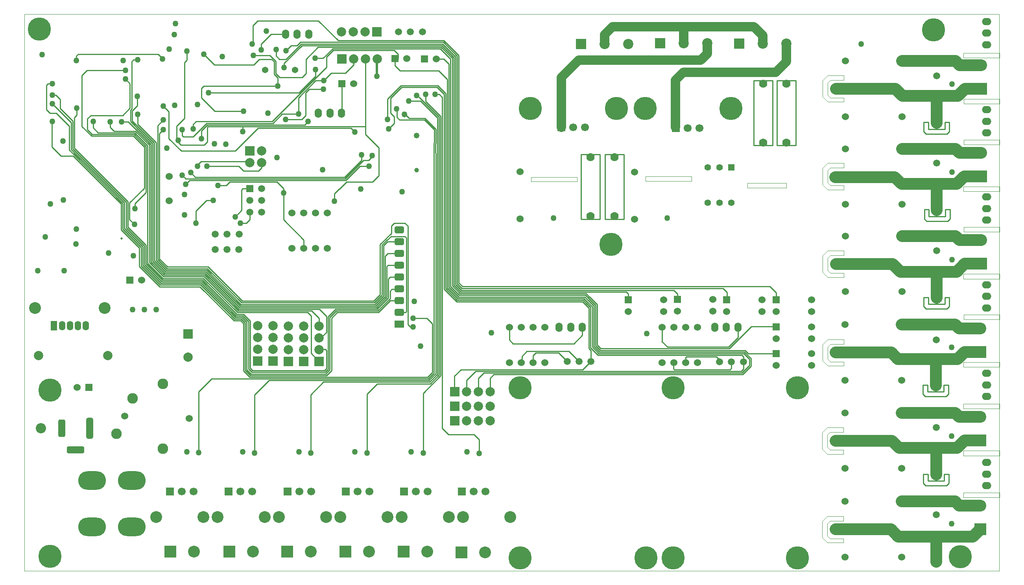
<source format=gbl>
G04*
G04 #@! TF.GenerationSoftware,Altium Limited,CircuitMaker,2.2.1 (2.2.1.6)*
G04*
G04 Layer_Physical_Order=4*
G04 Layer_Color=11436288*
%FSLAX24Y24*%
%MOIN*%
G70*
G04*
G04 #@! TF.SameCoordinates,A2895FC5-3AE1-40D1-BB98-85C0BD90A9E4*
G04*
G04*
G04 #@! TF.FilePolarity,Positive*
G04*
G01*
G75*
%ADD10C,0.0100*%
%ADD20C,0.0600*%
%ADD23C,0.0010*%
%ADD24C,0.0001*%
%ADD68C,0.0800*%
%ADD150C,0.0200*%
%ADD153C,0.1000*%
%ADD158C,0.0600*%
G04:AMPARAMS|DCode=159|XSize=80mil|YSize=80mil|CornerRadius=20mil|HoleSize=0mil|Usage=FLASHONLY|Rotation=0.000|XOffset=0mil|YOffset=0mil|HoleType=Round|Shape=RoundedRectangle|*
%AMROUNDEDRECTD159*
21,1,0.0800,0.0400,0,0,0.0*
21,1,0.0400,0.0800,0,0,0.0*
1,1,0.0400,0.0200,-0.0200*
1,1,0.0400,-0.0200,-0.0200*
1,1,0.0400,-0.0200,0.0200*
1,1,0.0400,0.0200,0.0200*
%
%ADD159ROUNDEDRECTD159*%
%ADD160C,0.1000*%
%ADD161R,0.1000X0.1000*%
%ADD162O,0.0800X0.0600*%
%ADD163R,0.0787X0.0787*%
%ADD164C,0.0787*%
%ADD165C,0.0500*%
%ADD166C,0.0591*%
%ADD167R,0.0600X0.0600*%
%ADD168C,0.0700*%
%ADD169O,0.0600X0.0800*%
%ADD170C,0.0866*%
%ADD171R,0.0866X0.0866*%
%ADD172C,0.0669*%
%ADD173R,0.0669X0.0669*%
G04:AMPARAMS|DCode=174|XSize=60mil|YSize=80mil|CornerRadius=15mil|HoleSize=0mil|Usage=FLASHONLY|Rotation=90.000|XOffset=0mil|YOffset=0mil|HoleType=Round|Shape=RoundedRectangle|*
%AMROUNDEDRECTD174*
21,1,0.0600,0.0500,0,0,90.0*
21,1,0.0300,0.0800,0,0,90.0*
1,1,0.0300,0.0250,0.0150*
1,1,0.0300,0.0250,-0.0150*
1,1,0.0300,-0.0250,-0.0150*
1,1,0.0300,-0.0250,0.0150*
%
%ADD174ROUNDEDRECTD174*%
%ADD175R,0.0800X0.0600*%
%ADD176O,0.2362X0.1575*%
%ADD177C,0.0560*%
%ADD178R,0.0560X0.0560*%
%ADD179C,0.0900*%
%ADD180C,0.0394*%
%ADD181C,0.0492*%
%ADD182R,0.0787X0.0787*%
%ADD183O,0.0551X0.0787*%
%ADD184R,0.0551X0.0787*%
%ADD185R,0.1000X0.1000*%
%ADD186C,0.0540*%
%ADD187C,0.0870*%
G04:AMPARAMS|DCode=188|XSize=149.6mil|YSize=60mil|CornerRadius=15mil|HoleSize=0mil|Usage=FLASHONLY|Rotation=180.000|XOffset=0mil|YOffset=0mil|HoleType=Round|Shape=RoundedRectangle|*
%AMROUNDEDRECTD188*
21,1,0.1496,0.0300,0,0,180.0*
21,1,0.1196,0.0600,0,0,180.0*
1,1,0.0300,-0.0598,0.0150*
1,1,0.0300,0.0598,0.0150*
1,1,0.0300,0.0598,-0.0150*
1,1,0.0300,-0.0598,-0.0150*
%
%ADD188ROUNDEDRECTD188*%
G04:AMPARAMS|DCode=189|XSize=149.6mil|YSize=60mil|CornerRadius=15mil|HoleSize=0mil|Usage=FLASHONLY|Rotation=90.000|XOffset=0mil|YOffset=0mil|HoleType=Round|Shape=RoundedRectangle|*
%AMROUNDEDRECTD189*
21,1,0.1496,0.0300,0,0,90.0*
21,1,0.1196,0.0600,0,0,90.0*
1,1,0.0300,0.0150,0.0598*
1,1,0.0300,0.0150,-0.0598*
1,1,0.0300,-0.0150,-0.0598*
1,1,0.0300,-0.0150,0.0598*
%
%ADD189ROUNDEDRECTD189*%
G04:AMPARAMS|DCode=190|XSize=177.2mil|YSize=60mil|CornerRadius=15mil|HoleSize=0mil|Usage=FLASHONLY|Rotation=90.000|XOffset=0mil|YOffset=0mil|HoleType=Round|Shape=RoundedRectangle|*
%AMROUNDEDRECTD190*
21,1,0.1772,0.0300,0,0,90.0*
21,1,0.1472,0.0600,0,0,90.0*
1,1,0.0300,0.0150,0.0736*
1,1,0.0300,0.0150,-0.0736*
1,1,0.0300,-0.0150,-0.0736*
1,1,0.0300,-0.0150,0.0736*
%
%ADD190ROUNDEDRECTD190*%
%ADD191R,0.0591X0.0591*%
%ADD192C,0.0197*%
%ADD193C,0.1968*%
D10*
X21122Y53287D02*
Y53563D01*
X14803Y52480D02*
X18071D01*
X14370Y47716D02*
Y52047D01*
X14803Y52480D01*
X13725Y45882D02*
Y48465D01*
X13937Y48676D01*
Y49291D01*
X12539Y49235D02*
X13586Y48189D01*
X12539Y49235D02*
Y50020D01*
X13586Y45824D02*
Y48189D01*
X11850Y50394D02*
X12165D01*
X12539Y50020D01*
X13446Y45766D02*
Y48050D01*
X11850Y49646D02*
X13446Y48050D01*
X14370Y47716D02*
X15188Y46898D01*
X13725Y45882D02*
X18268Y41340D01*
X15115Y48658D02*
X17831D01*
X14843Y48386D02*
X15115Y48658D01*
X14843Y47441D02*
Y48386D01*
X15315Y47597D02*
Y48150D01*
X13307Y45709D02*
Y47756D01*
X12205Y48858D02*
X13307Y47756D01*
X34450Y28800D02*
X34980D01*
X24250Y25200D02*
X25361Y26311D01*
X43892Y25893D02*
X44631Y26631D01*
X39393Y25893D02*
X43892D01*
X38525Y25025D02*
X39393Y25893D01*
X43835Y26032D02*
X44491Y26689D01*
X34832Y26032D02*
X43835D01*
X33750Y24950D02*
X34832Y26032D01*
X41650Y48550D02*
X41801Y48701D01*
X41650Y48740D02*
Y48800D01*
Y48550D02*
Y48740D01*
X41600Y48750D02*
X41650Y48800D01*
X43777Y26172D02*
X44352Y26747D01*
X30222Y26172D02*
X43777D01*
X29000Y24950D02*
X30222Y26172D01*
X43719Y26311D02*
X44194Y26786D01*
X25361Y26311D02*
X43719D01*
X43290Y20000D02*
Y25093D01*
X44770Y26574D02*
Y48577D01*
X43290Y25093D02*
X44770Y26574D01*
X44631Y26631D02*
Y48519D01*
X44491Y26689D02*
Y48461D01*
X44352Y26747D02*
Y45451D01*
X44194Y26786D02*
Y46326D01*
X28588Y26450D02*
X43661D01*
X44055Y26850D02*
Y30984D01*
X43661Y26450D02*
Y26457D01*
X44055Y26850D01*
X11831Y45965D02*
Y48150D01*
X43583Y31457D02*
X44055Y30984D01*
X42441Y31457D02*
X43583D01*
X28065Y26974D02*
X28588Y26450D01*
X35094Y26590D02*
X35515Y27010D01*
X28646Y26590D02*
X35094D01*
X28204Y27032D02*
X28646Y26590D01*
X35037Y26729D02*
X35376Y27068D01*
X28703Y26729D02*
X35037D01*
X28343Y27089D02*
X28703Y26729D01*
X28065Y26974D02*
Y30990D01*
X28204Y27032D02*
Y31048D01*
X28343Y27089D02*
Y31106D01*
X28761Y26869D02*
X34979D01*
X28483Y27147D02*
X28761Y26869D01*
X28483Y27147D02*
Y31163D01*
X34979Y26869D02*
X35236Y27126D01*
X28622Y27205D02*
Y31221D01*
X28819Y27008D02*
X34921D01*
X28622Y27205D02*
X28819Y27008D01*
X34921D02*
X35079Y27165D01*
X33036Y51886D02*
X33350Y52200D01*
X30800D02*
X31114Y51886D01*
X33036D01*
X33350Y52200D02*
Y53429D01*
X64567Y27087D02*
X69291D01*
X64488Y27649D02*
X64513Y27673D01*
X64488Y27165D02*
Y27649D01*
Y27165D02*
X64567Y27087D01*
X65609Y28168D02*
X68131D01*
X65513Y27673D02*
Y28070D01*
X65512Y28071D02*
X65513Y28070D01*
X65512Y28071D02*
X65609Y28168D01*
X63988Y29004D02*
X69161D01*
X63513Y29497D02*
Y30673D01*
X63504Y29488D02*
X63513Y29497D01*
X63504Y29488D02*
X63988Y29004D01*
X20948Y34128D02*
X24375D01*
X19243Y35833D02*
X20948Y34128D01*
X19243Y35833D02*
Y37401D01*
X21006Y34267D02*
X24433D01*
X19382Y35891D02*
X21006Y34267D01*
X19382Y35891D02*
Y37459D01*
X21064Y34406D02*
X24491D01*
X19521Y35949D02*
X21064Y34406D01*
X19521Y35949D02*
Y37516D01*
X21121Y34546D02*
X24548D01*
X19661Y36006D02*
X21121Y34546D01*
X19661Y36006D02*
Y37574D01*
X21179Y34685D02*
X24606D01*
X19800Y36064D02*
X21179Y34685D01*
X19800Y36064D02*
Y37632D01*
X34444Y27800D02*
X34450D01*
X21237Y34824D02*
X24664D01*
X19939Y36122D02*
X21237Y34824D01*
X19939Y36122D02*
Y46083D01*
X20079Y36180D02*
X21295Y34964D01*
X20079Y36180D02*
Y46141D01*
X21295Y34964D02*
X24722D01*
X34450Y29800D02*
X34643D01*
X21352Y35103D02*
X24779D01*
X20233Y36222D02*
X21352Y35103D01*
X20233Y36222D02*
Y46184D01*
X21410Y35243D02*
X24837D01*
X20372Y36280D02*
X21410Y35243D01*
X20372Y36280D02*
Y46241D01*
X18976Y50276D02*
X19055Y50197D01*
X21468Y35382D02*
X24895D01*
X20512Y36338D02*
X21468Y35382D01*
X20512Y36338D02*
Y46299D01*
X21525Y35521D02*
X24952D01*
X20651Y36396D02*
X21525Y35521D01*
X20651Y36396D02*
Y46357D01*
X20791Y36453D02*
X21583Y35661D01*
X20791Y36453D02*
Y46415D01*
X21583Y35661D02*
X25010D01*
X21641Y35800D02*
X25068D01*
X20945Y36496D02*
X21641Y35800D01*
X20945Y36496D02*
Y47126D01*
X48422Y26808D02*
X70291D01*
X45945Y25205D02*
X45953Y25197D01*
X48953Y26354D02*
X49267Y26669D01*
X45945Y25205D02*
Y26535D01*
X46953Y25197D02*
Y26165D01*
X48953Y25197D02*
Y26354D01*
X45945Y26535D02*
X46496Y27087D01*
X47953Y26339D02*
X48422Y26808D01*
X47953Y25197D02*
Y26339D01*
X46953Y26165D02*
X47735Y26947D01*
X44909Y22098D02*
Y50169D01*
X45433Y21575D02*
X47598D01*
X48029Y19983D02*
Y21139D01*
X44909Y22098D02*
X45433Y21575D01*
X47598D02*
X48032Y21142D01*
X48029Y21139D02*
X48032Y21142D01*
X44979Y54868D02*
X46164Y53683D01*
X32899Y54868D02*
X44979D01*
X32598Y54567D02*
X32899Y54868D01*
X32087Y54567D02*
X32598D01*
X31654Y54134D02*
X32087Y54567D01*
X41150Y53450D02*
Y53850D01*
X35671Y54171D02*
X40829D01*
X35100Y53600D02*
X35671Y54171D01*
X35100Y52738D02*
Y53600D01*
X40829Y54171D02*
X41150Y53850D01*
X22847Y43597D02*
X23155Y43289D01*
X71091Y30736D02*
X73181D01*
X46618Y34134D02*
X72677D01*
X73185Y33020D02*
Y33626D01*
X72677Y34134D02*
X73185Y33626D01*
X64839Y33059D02*
Y33508D01*
X64528Y33819D02*
X64839Y33508D01*
X46518Y33819D02*
X64528D01*
X46460Y33680D02*
X60494D01*
X60665Y33508D01*
Y33020D02*
Y33508D01*
X46557Y33976D02*
X68701D01*
X69012Y33020D02*
X69016Y33024D01*
Y33661D01*
X68701Y33976D02*
X69016Y33661D01*
X45467Y34081D02*
Y52998D01*
X45015Y53450D02*
X45467Y52998D01*
X44400Y53450D02*
X45015D01*
X22400Y46500D02*
X22500Y46600D01*
X22400Y46500D02*
X22761Y46139D01*
X39543Y43558D02*
Y45905D01*
X38400Y47047D02*
X39543Y45905D01*
X38400Y47047D02*
Y53450D01*
X58283Y28725D02*
X70566D01*
X70839Y28453D01*
X73185D01*
X69219Y28865D02*
X71091Y30736D01*
X57081Y33540D02*
X57375Y33246D01*
X57023Y33401D02*
X57317Y33107D01*
X56966Y33261D02*
X57259Y32968D01*
X46287Y33261D02*
X56966D01*
X56908Y33122D02*
X57202Y32828D01*
X46229Y33122D02*
X56908D01*
X56850Y32983D02*
X57144Y32689D01*
X46171Y32983D02*
X56850D01*
X56792Y32843D02*
X57086Y32550D01*
X46114Y32843D02*
X56792D01*
X57375Y33246D02*
X57383D01*
X57317Y33107D02*
X57326D01*
X45467Y34081D02*
X46287Y33261D01*
X57259Y32968D02*
X57268D01*
X45328Y34024D02*
X46229Y33122D01*
X57202Y32828D02*
X57210D01*
X45188Y33966D02*
X46171Y32983D01*
X57144Y32689D02*
X57153D01*
X45049Y33908D02*
X46114Y32843D01*
X57086Y32550D02*
X57095D01*
X57335Y28885D02*
Y32310D01*
X57095Y32550D02*
X57335Y32310D01*
X57474Y28943D02*
Y32368D01*
X57153Y32689D02*
X57474Y32368D01*
X57613Y29001D02*
Y32425D01*
X57210Y32828D02*
X57613Y32425D01*
X57753Y29058D02*
Y32483D01*
X57268Y32968D02*
X57753Y32483D01*
X57892Y29116D02*
Y32541D01*
X57326Y33107D02*
X57892Y32541D01*
X46345Y33401D02*
X57023D01*
X58032Y29174D02*
Y32598D01*
X57383Y33246D02*
X58032Y32598D01*
X46402Y33540D02*
X57081D01*
X45606Y34139D02*
X46345Y33401D01*
X45746Y34197D02*
X46402Y33540D01*
X45049Y33908D02*
Y50463D01*
X45188Y33966D02*
Y50520D01*
X45328Y34024D02*
Y51720D01*
X45606Y34139D02*
Y53444D01*
X45746Y34197D02*
Y53504D01*
X45885Y34255D02*
X46460Y33680D01*
X45885Y34255D02*
Y53562D01*
X46024Y34312D02*
Y53626D01*
Y34312D02*
X46518Y33819D01*
X46164Y34370D02*
Y53683D01*
Y34370D02*
X46557Y33976D01*
X46303Y34449D02*
Y53741D01*
Y34449D02*
X46618Y34134D01*
X69161Y29004D02*
X69961Y29803D01*
Y30669D01*
X57335Y28885D02*
X57500Y28720D01*
X57474Y28943D02*
X58110Y28307D01*
X57613Y29001D02*
X58167Y28446D01*
X57753Y29058D02*
X58225Y28586D01*
X57892Y29116D02*
X58283Y28725D01*
X58032Y29174D02*
X58341Y28865D01*
X30394Y55551D02*
X31614D01*
X29567Y54724D02*
X30394Y55551D01*
X37147Y47577D02*
X37480Y47244D01*
X29309Y47577D02*
X37147D01*
X36220Y48898D02*
X36402Y49079D01*
Y51339D01*
X50599Y29598D02*
Y30673D01*
Y29598D02*
X50906Y29291D01*
X56063D01*
X56772Y30000D01*
Y30669D01*
X52831Y28500D02*
X54759D01*
X52599Y28268D02*
X52831Y28500D01*
X52599Y27673D02*
Y28268D01*
X52065Y28639D02*
X55628D01*
X51599Y27673D02*
X51654Y27728D01*
Y28228D01*
X52065Y28639D01*
X38050Y44862D02*
Y45300D01*
X36617Y43429D02*
X38050Y44862D01*
X23971Y43429D02*
X36617D01*
X23600Y43800D02*
X23971Y43429D01*
X36733Y43150D02*
X37933Y44350D01*
X23500Y43150D02*
X36733D01*
X36675Y43289D02*
X38236Y44850D01*
X23155Y43289D02*
X36675D01*
X33173Y37394D02*
Y38087D01*
X31457Y39803D02*
Y42087D01*
Y39803D02*
X33173Y38087D01*
X36790Y43010D02*
X38995D01*
X36190Y42411D02*
X36790Y43010D01*
X36151Y42411D02*
X36190D01*
X35748Y42008D02*
X36151Y42411D01*
X35748Y41378D02*
Y42008D01*
X33501Y31932D02*
X33780Y31654D01*
X27556Y31932D02*
X33501D01*
X33780Y28465D02*
Y31654D01*
X18268Y39164D02*
Y41340D01*
X17968Y39070D02*
X19521Y37516D01*
X17968Y39070D02*
Y41245D01*
X13737Y45476D02*
X17968Y41245D01*
X17828Y39012D02*
X19382Y37459D01*
X17828Y39012D02*
Y41188D01*
X13680Y45336D02*
X17828Y41188D01*
X17689Y38955D02*
X19243Y37401D01*
X17689Y38955D02*
Y41130D01*
X13622Y45197D02*
X17689Y41130D01*
X13795Y45615D02*
X18128Y41282D01*
Y39106D02*
Y41282D01*
X18407Y41242D02*
X19661Y42495D01*
X18407Y39821D02*
Y41242D01*
Y39821D02*
X18819Y39409D01*
X24375Y34128D02*
X27268Y31235D01*
X27820D01*
X18128Y39106D02*
X19661Y37574D01*
X18268Y39164D02*
X19800Y37632D01*
X27820Y31235D02*
X28065Y30990D01*
X27325Y31374D02*
X27878D01*
X27383Y31514D02*
X27935D01*
X27441Y31653D02*
X27993D01*
X27499Y31793D02*
X28051D01*
X24664Y34824D02*
X27556Y31932D01*
X27614Y32071D02*
X33829D01*
X24722Y34964D02*
X27614Y32071D01*
X27672Y32211D02*
X34482D01*
X24779Y35103D02*
X27672Y32211D01*
X27729Y32350D02*
X39319D01*
X24837Y35243D02*
X27729Y32350D01*
X27787Y32489D02*
X39261D01*
X24895Y35382D02*
X27787Y32489D01*
X27845Y32629D02*
X39204D01*
X24952Y35521D02*
X27845Y32629D01*
X27903Y32768D02*
X39146D01*
X25010Y35661D02*
X27903Y32768D01*
X27960Y32907D02*
X39088D01*
X25068Y35800D02*
X27960Y32907D01*
X27878Y31374D02*
X28204Y31048D01*
X27935Y31514D02*
X28343Y31106D01*
X27993Y31653D02*
X28483Y31163D01*
X28051Y31793D02*
X28622Y31221D01*
X24433Y34267D02*
X27325Y31374D01*
X19661Y42495D02*
Y45968D01*
X24491Y34406D02*
X27383Y31514D01*
X24548Y34546D02*
X27441Y31653D01*
X24606Y34685D02*
X27499Y31793D01*
X18730Y46898D02*
X19661Y45968D01*
X19800Y42123D02*
Y46026D01*
X18788Y47038D02*
X19800Y46026D01*
X18858Y41181D02*
X19800Y42123D01*
X18845Y47177D02*
X19939Y46083D01*
X18903Y47317D02*
X20079Y46141D01*
X18961Y47456D02*
X20233Y46184D01*
X19019Y47595D02*
X20372Y46241D01*
X19094Y47914D02*
X19852Y47156D01*
X20787Y46418D02*
Y47795D01*
Y46418D02*
X20791Y46415D01*
X20570Y46439D02*
X20651Y46357D01*
X19852Y47156D02*
X20570Y46439D01*
X19076Y47735D02*
X20512Y46299D01*
X19094Y47914D02*
Y48740D01*
X20787Y47795D02*
X21260Y48268D01*
X20945Y47126D02*
X21260Y47441D01*
X24915Y41450D02*
X25500D01*
X24016Y40551D02*
X24915Y41450D01*
X24016Y39528D02*
Y40551D01*
X21732Y46693D02*
Y48976D01*
X27362Y45630D02*
X29309Y47577D01*
X22795Y45630D02*
X27362D01*
X21732Y46693D02*
X22795Y45630D01*
X35872Y32211D02*
X39377D01*
X35930Y32071D02*
X39434D01*
X35988Y31932D02*
X39492D01*
X39146Y32768D02*
X39782Y33404D01*
X39204Y32629D02*
X39921Y33346D01*
X39261Y32489D02*
X40061Y33289D01*
X39319Y32350D02*
X40200Y33231D01*
X39377Y32211D02*
X40339Y33173D01*
X39434Y32071D02*
X40479Y33116D01*
X39492Y31932D02*
X40497Y32937D01*
X39088Y32907D02*
X39643Y33462D01*
Y37714D01*
X40591Y38662D01*
Y39291D01*
X40551Y38386D02*
X41732D01*
X40242Y38076D02*
X40551Y38386D01*
X40202Y38076D02*
X40242D01*
X39782Y37656D02*
X40202Y38076D01*
X39782Y33404D02*
Y37656D01*
X21260Y49449D02*
X21732Y48976D01*
X40827Y39528D02*
X41732D01*
X40591Y39291D02*
X40827Y39528D01*
X42094Y48407D02*
X43440D01*
X41801Y48701D02*
X42094Y48407D01*
X44334Y45469D02*
X44352Y45451D01*
X44334Y45469D02*
Y46268D01*
X44352Y46286D01*
Y47495D01*
X43440Y48407D02*
X44352Y47495D01*
X43382Y48268D02*
X44213Y47437D01*
X41282Y48268D02*
X43382D01*
X41055Y48495D02*
X41282Y48268D01*
X44213Y46344D02*
Y47437D01*
X44194Y46326D02*
X44213Y46344D01*
X43504Y49843D02*
X44770Y48577D01*
X43504Y49843D02*
Y50433D01*
X43071Y49882D02*
X44491Y48461D01*
X42933Y50217D02*
X44631Y48519D01*
X44646Y50433D02*
X44909Y50169D01*
X44291Y50433D02*
X44646D01*
X44470Y51042D02*
X45049Y50463D01*
X41475Y51042D02*
X44470D01*
X44528Y51181D02*
X45188Y50520D01*
X41408Y51181D02*
X44528D01*
X44606Y52441D02*
X45328Y51720D01*
X44739Y54311D02*
X45606Y53444D01*
X44800Y54450D02*
X45746Y53504D01*
X44858Y54589D02*
X45885Y53562D01*
X44921Y54729D02*
X46024Y53626D01*
X45037Y55007D02*
X46303Y53741D01*
X42205Y30709D02*
X42441D01*
X41990Y30924D02*
X42205Y30709D01*
X41990Y30924D02*
Y39270D01*
X41732Y39528D02*
X41990Y39270D01*
X41732Y38386D02*
X41850Y38268D01*
Y32008D02*
Y38268D01*
X41780Y31937D02*
X41850Y32008D01*
X41260Y31937D02*
X41780D01*
X38995Y43010D02*
X39543Y43558D01*
X20827Y53858D02*
X21122Y53563D01*
X14055Y53858D02*
X20827D01*
X25630Y49016D02*
X28071D01*
X24488Y50157D02*
X25630Y49016D01*
X24488Y50157D02*
Y50945D01*
X24693Y51150D01*
X30950D01*
X34150Y51985D02*
Y52550D01*
X32756Y50591D02*
X34150Y51985D01*
X25079Y50591D02*
X32756D01*
X27992Y47717D02*
X38386D01*
X25067D02*
X27992D01*
Y47283D02*
Y47717D01*
X13898Y53701D02*
X14055Y53858D01*
X13898Y53307D02*
Y53701D01*
X17093Y47317D02*
X18903D01*
X16772Y47638D02*
X17093Y47317D01*
X16772Y47638D02*
Y48110D01*
X18483Y49113D02*
X18583Y49213D01*
X18483Y48131D02*
Y49113D01*
Y48131D02*
X18816Y47798D01*
X18676Y47740D02*
X18961Y47456D01*
X18676Y47740D02*
Y47740D01*
X19019Y47595D02*
Y47595D01*
X18816Y47798D02*
X19019Y47595D01*
X18816Y47798D02*
Y47798D01*
X18955Y47856D02*
X19076Y47735D01*
X18955Y47856D02*
Y47856D01*
X18622Y49055D02*
X19055Y49488D01*
X18622Y48189D02*
Y49055D01*
Y48189D02*
X18955Y47856D01*
X14843Y47441D02*
X15245Y47038D01*
X15315Y47597D02*
X15735Y47177D01*
X18845D01*
X15245Y47038D02*
X18788D01*
X15188Y46898D02*
X18730D01*
X18307Y48110D02*
X18676Y47740D01*
X22847Y43583D02*
Y43597D01*
X22540Y46535D02*
Y46560D01*
X22500Y46600D02*
X22540Y46560D01*
X11378Y51220D02*
X11496Y51339D01*
X11378Y49134D02*
Y51220D01*
Y49134D02*
X11654Y48858D01*
X11496Y51339D02*
X11850D01*
X11654Y48858D02*
X12205D01*
X22400Y46650D02*
Y47750D01*
X46496Y27087D02*
X56812D01*
X47735Y26947D02*
X70233D01*
X28068Y43939D02*
X29339D01*
X27658Y44350D02*
X28068Y43939D01*
X24950Y44350D02*
X27658D01*
X38650Y44850D02*
X38950Y45150D01*
X38236Y44850D02*
X38650D01*
X38950Y45150D02*
Y45250D01*
X68400Y27750D02*
Y27899D01*
X68131Y28168D02*
X68400Y27899D01*
X70416Y27130D02*
Y27750D01*
X70233Y26947D02*
X70416Y27130D01*
X70924Y27441D02*
Y27974D01*
X70291Y26808D02*
X70924Y27441D01*
X71063Y27383D02*
Y28031D01*
X70348Y26669D02*
X71063Y27383D01*
X49267Y26669D02*
X70348D01*
X69291Y27087D02*
X69408Y27203D01*
X56812Y27087D02*
X57500Y27775D01*
X58110Y28307D02*
X70291D01*
X69408Y27203D02*
Y27750D01*
X70451Y28446D02*
X70924Y27974D01*
X70509Y28586D02*
X71063Y28031D01*
X58167Y28446D02*
X70451D01*
X58225Y28586D02*
X70509D01*
X70416Y27750D02*
Y28183D01*
X70291Y28307D02*
X70416Y28183D01*
X58341Y28865D02*
X69219D01*
X57500Y27775D02*
Y28720D01*
X41339Y52441D02*
X44606D01*
X40906Y52874D02*
X41339Y52441D01*
X40906Y52874D02*
Y53465D01*
X32992Y48307D02*
X33327Y48642D01*
X34842Y50866D02*
X34843Y50866D01*
X33622Y50866D02*
X34842D01*
X33327Y50570D02*
X33622Y50866D01*
X33327Y48642D02*
Y50570D01*
X24945Y47995D02*
X30555D01*
X23800Y46850D02*
X24945Y47995D01*
X24488Y46693D02*
Y47335D01*
X25009Y47856D02*
X33250D01*
X24488Y47335D02*
X25009Y47856D01*
X24040Y48135D02*
X30497D01*
X23800Y47894D02*
X24040Y48135D01*
X23800Y47500D02*
Y47894D01*
X30497Y48135D02*
X35100Y52738D01*
X30555Y47995D02*
X31339Y48780D01*
X33250Y47856D02*
X33543Y48150D01*
X25000Y47650D02*
X25067Y47717D01*
X31614Y48307D02*
X32992D01*
X31339Y48780D02*
X32717D01*
Y50157D02*
X34160Y51600D01*
X32717Y48780D02*
Y50157D01*
X42047Y49882D02*
X43071D01*
X29252Y56693D02*
X34409D01*
X28850Y56291D02*
X29252Y56693D01*
X28850Y54750D02*
Y56291D01*
X30300Y53750D02*
X30800Y53250D01*
Y52200D02*
Y53250D01*
X28900Y53750D02*
X30300D01*
X33350Y53429D02*
X34371Y54450D01*
X44800D01*
X34134Y53504D02*
X34807D01*
X35614Y54311D01*
X44739D01*
X35515Y31459D02*
X35988Y31932D01*
X35515Y27010D02*
Y31459D01*
X35376Y31517D02*
X35930Y32071D01*
X35376Y27068D02*
Y31517D01*
X35236Y31575D02*
X35872Y32211D01*
X35236Y27126D02*
Y31575D01*
X29701Y52520D02*
X29901Y52720D01*
X37933Y44350D02*
X38700D01*
X13307Y45709D02*
X13680Y45336D01*
X13680D01*
X40497Y32937D02*
X41260D01*
X34980Y28800D02*
X35079Y28701D01*
Y27165D02*
Y28701D01*
Y30236D02*
Y31614D01*
X34643Y29800D02*
X35079Y30236D01*
X33780Y28465D02*
X34444Y27800D01*
X41220Y33898D02*
X41260Y33937D01*
X40630Y33898D02*
X41220D01*
X40479Y33746D02*
X40630Y33898D01*
X40479Y33116D02*
Y33746D01*
X40488Y34937D02*
X41260D01*
X40339Y34788D02*
X40488Y34937D01*
X40339Y33173D02*
Y34788D01*
X40310Y35937D02*
X41260D01*
X40200Y35827D02*
X40310Y35937D01*
X40200Y33231D02*
Y35827D01*
X40283Y36937D02*
X41260D01*
X40061Y36714D02*
X40283Y36937D01*
X40061Y33289D02*
Y36714D01*
X39921Y33346D02*
Y37598D01*
X40260Y37937D02*
X41260D01*
X39921Y37598D02*
X40260Y37937D01*
X29339Y43939D02*
X29600Y44200D01*
X34482Y32211D02*
X35079Y31614D01*
X34160Y51600D02*
X34850D01*
X29567Y54213D02*
Y54724D01*
X34409Y56693D02*
X36095Y55007D01*
X30661Y52142D02*
Y53192D01*
X30453Y53400D02*
X30661Y53192D01*
X30827Y53701D02*
Y54252D01*
X31102Y53425D02*
X31653D01*
X30827Y53701D02*
X31102Y53425D01*
X31653D02*
X32957Y54729D01*
X31511Y53086D02*
X33015Y54589D01*
X32957Y54729D02*
X44921D01*
X33015Y54589D02*
X44858D01*
X31511Y52700D02*
Y53086D01*
X36095Y55007D02*
X45037D01*
X29881Y52520D02*
X29901D01*
X29781D02*
X29881D01*
X19055Y49488D02*
Y50197D01*
X18740Y53386D02*
X19094D01*
X18583Y53228D02*
X18740Y53386D01*
X18583Y49213D02*
Y53228D01*
X40533Y48845D02*
X40827Y48551D01*
Y47992D02*
Y48551D01*
X40354Y47520D02*
X40827Y47992D01*
X29400Y53400D02*
X30453D01*
X30079Y55866D02*
X30084D01*
X30100Y55850D01*
X31457Y42087D02*
Y42441D01*
X30898Y43000D02*
X31457Y42441D01*
X26900Y43000D02*
X30898D01*
X13795Y45615D02*
X13795D01*
X13586Y45824D02*
X13795Y45615D01*
X13737Y45476D02*
X13737D01*
X13446Y45766D02*
X13737Y45476D01*
X12598Y45197D02*
X13622D01*
X18071Y51732D02*
X18443Y51360D01*
Y49271D02*
Y51360D01*
X17831Y48658D02*
X18443Y49271D01*
X18976Y50276D02*
X19075D01*
X17717Y48110D02*
X18307D01*
X18858Y40748D02*
Y41181D01*
X11831Y45965D02*
X12598Y45197D01*
X33829Y32071D02*
X34450Y31450D01*
X25603Y52939D02*
X28939D01*
X29400Y53400D01*
X41650Y48740D02*
X41693D01*
X41610D02*
X41650D01*
X40533Y50100D02*
X41475Y51042D01*
X40276Y50049D02*
X41408Y51181D01*
X41055Y48495D02*
Y49201D01*
X41043Y49213D02*
X41055Y49201D01*
X41600Y48750D02*
X41610Y48740D01*
X40276Y48307D02*
Y50049D01*
X40533Y48845D02*
Y50100D01*
X22400Y47750D02*
X23061Y48411D01*
X22761Y46139D02*
X24739D01*
X35500Y52250D02*
X36700D01*
X34850Y51600D02*
X35500Y52250D01*
X34450Y30800D02*
Y31450D01*
X30950Y51150D02*
Y51853D01*
X30661Y52142D02*
X30950Y51853D01*
X25000Y46400D02*
Y47650D01*
X24739Y46139D02*
X25000Y46400D01*
X22850Y46950D02*
Y47450D01*
Y46950D02*
X22950Y46850D01*
X23800D01*
X28800Y54700D02*
X28850Y54750D01*
X24250Y20050D02*
Y25200D01*
X29000Y20000D02*
Y24950D01*
X33750Y20000D02*
Y24950D01*
X38525Y20009D02*
Y25025D01*
X24692Y53850D02*
X25603Y52939D01*
X36700Y52250D02*
X37400Y52950D01*
Y53450D01*
X23150Y42800D02*
X23500Y43150D01*
X26600Y42700D02*
X26900Y43000D01*
X23061Y53161D02*
X23250Y53350D01*
X23061Y48411D02*
Y53161D01*
X55628Y28639D02*
X56492Y27775D01*
X54759Y28500D02*
X55484Y27775D01*
X27800Y39500D02*
X28300D01*
X28600Y39800D01*
Y40450D01*
X29600Y44200D02*
Y44650D01*
X23250Y53350D02*
Y54100D01*
X25900Y42700D02*
X26600D01*
X28500Y44750D02*
X28600Y44650D01*
X24450Y44750D02*
X28500D01*
X24150Y44450D02*
X24450Y44750D01*
X28000Y42450D02*
X28600D01*
X27900Y42350D02*
X28000Y42450D01*
X27900Y40600D02*
Y42350D01*
X27350Y40050D02*
X27900Y40600D01*
X73255Y46108D02*
Y51608D01*
Y46108D02*
X74855D01*
Y51608D01*
X73255D02*
X74855D01*
X71287Y46108D02*
Y51608D01*
Y46108D02*
X72887D01*
Y51608D01*
X71287D02*
X72887D01*
X58259Y39853D02*
Y45353D01*
X56659D02*
X58259D01*
X56659Y39853D02*
Y45353D01*
Y39853D02*
X58259D01*
X60309D02*
Y45353D01*
X58709D02*
X60309D01*
X58709Y39853D02*
Y45353D01*
Y39853D02*
X60309D01*
X87677Y32244D02*
X87874Y32441D01*
Y33228D01*
X87480Y32638D02*
Y33228D01*
X85906Y32244D02*
X87677D01*
X86102Y32638D02*
X87480D01*
X86102Y47480D02*
Y48071D01*
X87677Y47087D02*
X87874Y47283D01*
Y48071D01*
X87480Y47480D02*
Y48071D01*
X85709Y47283D02*
Y48071D01*
Y47283D02*
X85906Y47087D01*
X86102Y47480D02*
X87480D01*
X85906Y47087D02*
X87677D01*
X85709Y48071D02*
X86102D01*
X87480D02*
X87874D01*
X86142Y40079D02*
Y40669D01*
X87717Y39685D02*
X87913Y39882D01*
Y40669D01*
X87520Y40079D02*
Y40669D01*
X85748Y39882D02*
Y40669D01*
Y39882D02*
X85945Y39685D01*
X86142Y40079D02*
X87520D01*
X85945Y39685D02*
X87717D01*
X85748Y40669D02*
X86142D01*
X87520D02*
X87913D01*
X86102Y32638D02*
Y33228D01*
X85709Y32441D02*
Y33228D01*
Y32441D02*
X85906Y32244D01*
X85709Y33228D02*
X86102D01*
X87480D02*
X87874D01*
X86063Y17638D02*
Y18228D01*
X87638Y17244D02*
X87835Y17441D01*
Y18228D01*
X87441Y17638D02*
Y18228D01*
X85669Y17441D02*
Y18228D01*
Y17441D02*
X85866Y17244D01*
X86063Y17638D02*
X87441D01*
X85866Y17244D02*
X87638D01*
X85669Y18228D02*
X86063D01*
X87441D02*
X87835D01*
X87795Y25787D02*
X87795Y25787D01*
X87402Y25787D02*
X87795D01*
X86024Y25197D02*
Y25787D01*
X87598Y24803D02*
X87795Y25000D01*
Y25787D01*
X87402Y25197D02*
Y25787D01*
X85630D02*
X86024D01*
X85630Y25000D02*
Y25787D01*
Y25000D02*
X85827Y24803D01*
X86024Y25197D02*
X87402D01*
X85827Y24803D02*
X87598D01*
D20*
X64652Y47643D02*
X64702Y47593D01*
D23*
X92087Y10006D02*
Y57250D01*
X42047Y10000D02*
X92087D01*
X9500Y57250D02*
X92087D01*
X9500Y10000D02*
Y57250D01*
Y10000D02*
Y57250D01*
Y10000D02*
X42900D01*
X77559Y52047D02*
X78937D01*
X77126Y51614D02*
X77559Y52047D01*
X77126Y50236D02*
Y51614D01*
Y50236D02*
X77559Y49803D01*
X78937D01*
Y50157D01*
X77795D02*
X78937D01*
X77559Y50394D02*
X77795Y50157D01*
X77559Y50394D02*
Y51417D01*
X77795Y51654D01*
X78937D01*
Y52047D01*
X77559Y44606D02*
X78937D01*
X77126Y44173D02*
X77559Y44606D01*
X77126Y42795D02*
Y44173D01*
Y42795D02*
X77559Y42362D01*
X78937D01*
Y42717D01*
X77795D02*
X78937D01*
X77559Y42953D02*
X77795Y42717D01*
X77559Y42953D02*
Y43976D01*
X77795Y44213D01*
X78937D01*
Y44606D01*
X77559Y37165D02*
X78937D01*
X77126Y36732D02*
X77559Y37165D01*
X77126Y35354D02*
Y36732D01*
Y35354D02*
X77559Y34921D01*
X78937D01*
Y35276D01*
X77795D02*
X78937D01*
X77559Y35512D02*
X77795Y35276D01*
X77559Y35512D02*
Y36535D01*
X77795Y36772D01*
X78937D01*
Y37165D01*
X77559Y29646D02*
X78937D01*
X77126Y29213D02*
X77559Y29646D01*
X77126Y27835D02*
Y29213D01*
Y27835D02*
X77559Y27402D01*
X78937D01*
Y27756D01*
X77795D02*
X78937D01*
X77559Y27992D02*
X77795Y27756D01*
X77559Y27992D02*
Y29016D01*
X77795Y29252D01*
X78937D01*
Y29646D01*
X77520Y14646D02*
X78898D01*
X77087Y14213D02*
X77520Y14646D01*
X77087Y12835D02*
Y14213D01*
Y12835D02*
X77520Y12402D01*
X78898D01*
Y12756D01*
X77756D02*
X78898D01*
X77520Y12992D02*
X77756Y12756D01*
X77520Y12992D02*
Y14016D01*
X77756Y14252D01*
X78898D01*
Y14646D01*
Y21772D02*
Y22165D01*
X77756Y21772D02*
X78898D01*
X77520Y21535D02*
X77756Y21772D01*
X77520Y20512D02*
Y21535D01*
Y20512D02*
X77756Y20276D01*
X78898D01*
Y19921D02*
Y20276D01*
X77520Y19921D02*
X78898D01*
X77087Y20354D02*
X77520Y19921D01*
X77087Y20354D02*
Y21732D01*
X77520Y22165D01*
X78898D01*
D24*
X92126Y16246D02*
Y16654D01*
X90412Y27723D02*
X92126D01*
X89062Y27316D02*
X92126D01*
Y27723D01*
X90448Y31746D02*
X92126D01*
X89098Y31339D02*
X92126D01*
Y31654D02*
Y31755D01*
Y31348D02*
Y31450D01*
Y35118D02*
Y35220D01*
Y34813D02*
Y34914D01*
Y39094D02*
Y39196D01*
Y38789D02*
Y38891D01*
Y39094D01*
Y42198D02*
Y42605D01*
X89062Y42198D02*
X92126D01*
X89098Y49646D02*
Y50053D01*
X92126Y49646D02*
Y50053D01*
X90448D02*
X92126D01*
X89098D02*
X90448D01*
X89098Y49646D02*
X92126D01*
X90448Y46589D02*
X92126D01*
X89098Y46181D02*
X92126D01*
Y46589D01*
Y19813D02*
Y19914D01*
Y20118D02*
Y20220D01*
Y19914D02*
Y20118D01*
X90412Y20204D02*
X92126D01*
X89055Y19796D02*
X92126D01*
X89062Y16246D02*
Y16654D01*
X90412D01*
X89062Y16246D02*
X92126D01*
X90412Y16654D02*
X92126D01*
X89055Y19796D02*
Y20204D01*
X90412D01*
X89062Y23773D02*
Y24180D01*
X92126Y23773D02*
Y24180D01*
X89062D02*
X90412D01*
X89062Y23773D02*
X92126D01*
X90412Y24180D02*
X92126D01*
X89062Y27316D02*
Y27723D01*
X90412D01*
X89098Y31339D02*
Y31746D01*
X92126Y31450D02*
Y31654D01*
X89098Y31746D02*
X90448D01*
X89062Y34796D02*
Y35204D01*
X92126Y34914D02*
Y35118D01*
X89062Y35204D02*
X90412D01*
X89062Y34796D02*
X92126D01*
X90412Y35204D02*
X92126D01*
X89102Y38773D02*
Y39180D01*
X90452D01*
X89102Y38773D02*
X92126D01*
X90452Y39180D02*
X92126D01*
X89062Y42198D02*
Y42605D01*
X90412D01*
X92126D01*
X89098Y46181D02*
Y46589D01*
X90448D01*
X89055Y53536D02*
Y53944D01*
X92126Y53536D02*
Y53944D01*
X89055D02*
X90405D01*
X89055Y53536D02*
X92126D01*
X90405Y53944D02*
X92126D01*
X72102Y42927D02*
X74052D01*
X70752Y42520D02*
X74052D01*
X70752Y42927D02*
X72102D01*
X74052Y42520D02*
Y42927D01*
X70752Y42520D02*
Y42927D01*
X52420Y43032D02*
Y43429D01*
Y43032D02*
X54370D01*
X56320D01*
Y43429D01*
X52420D02*
X56320D01*
X62144Y43072D02*
Y43465D01*
Y43072D02*
X66044D01*
Y43465D01*
X64094D02*
X66044D01*
X62144D02*
X64094D01*
X9500Y10000D02*
Y57250D01*
D68*
X56457Y53346D02*
X66811D01*
X55002Y51891D02*
X56457Y53346D01*
X55002Y47643D02*
Y51891D01*
X74052Y53225D02*
Y54743D01*
X73150Y52323D02*
X74052Y53225D01*
X65332Y52323D02*
X73150D01*
X66811Y53346D02*
X67346Y53882D01*
X65354Y56193D02*
X71302D01*
X65346Y56185D02*
X65354Y56193D01*
X71302D02*
X72052Y55443D01*
X67346Y53882D02*
Y54764D01*
X58661Y55512D02*
X59342Y56193D01*
X65346Y54764D02*
Y56185D01*
X58661Y54724D02*
Y55512D01*
X59342Y56193D02*
X65354D01*
X72052Y54743D02*
Y55443D01*
X64652Y51643D02*
X65332Y52323D01*
X64652Y47643D02*
Y51643D01*
D150*
X39370Y51968D02*
Y53420D01*
X39400Y53450D01*
D153*
X83504Y27992D02*
X86732D01*
Y25745D02*
Y27992D01*
X86811Y33186D02*
X86811Y33186D01*
X86811Y33186D02*
Y35394D01*
X83740D02*
X86811D01*
X89159Y21071D02*
X90512D01*
X88522Y20433D02*
X89159Y21071D01*
X86772Y20433D02*
X88522D01*
X89152Y28583D02*
X90512D01*
X88561Y27992D02*
X89152Y28583D01*
X86811Y27992D02*
X88561D01*
X89159Y36071D02*
X90551D01*
X88516Y35427D02*
X89159Y36071D01*
X88516Y35406D02*
Y35427D01*
X88504Y35394D02*
X88516Y35406D01*
X86811Y35394D02*
X88504D01*
X78189Y43425D02*
X83228D01*
X89142Y43472D02*
X90551D01*
X88504Y42835D02*
X89142Y43472D01*
X86890Y42835D02*
X88504D01*
X89181Y50913D02*
X90551D01*
X88583Y50315D02*
X89181Y50913D01*
X86811Y50315D02*
X88583D01*
X82992Y21063D02*
X83622Y20433D01*
X78228Y21063D02*
X82992D01*
X86772Y18186D02*
Y20433D01*
X83622D02*
X86772D01*
X88378Y30906D02*
X88701Y30583D01*
X82953Y28543D02*
X83504Y27992D01*
X83819Y30906D02*
X88378D01*
X88701Y30583D02*
X90512D01*
X78228Y28543D02*
X82953D01*
X88386Y53268D02*
X88740Y52913D01*
X90551D01*
X83898Y50315D02*
X86811D01*
Y48029D02*
Y50315D01*
X83858Y53268D02*
X88386D01*
X83307Y50906D02*
X83898Y50315D01*
X78268Y50906D02*
X83307D01*
X83819Y42835D02*
X86811D01*
Y40627D02*
Y42835D01*
X83858Y45827D02*
X88386D01*
X88740Y45472D01*
X90551D01*
X83858Y38425D02*
X88386D01*
X88740Y38071D02*
X90551D01*
X88386Y38425D02*
X88740Y38071D01*
X83228Y43425D02*
X83819Y42835D01*
X83071Y36063D02*
X83740Y35394D01*
X78268Y36063D02*
X83071D01*
X86732Y12913D02*
X86772Y12874D01*
Y10785D02*
Y12874D01*
X86732Y12913D02*
X89874D01*
X83543D02*
X86732D01*
X88071Y23425D02*
X88346D01*
X83819D02*
X88071D01*
X88346D02*
X88701Y23071D01*
X90512D01*
X89874Y12913D02*
X90512Y13551D01*
X82913Y13543D02*
X83543Y12913D01*
X78228Y13543D02*
X82913D01*
X87835Y15906D02*
X88346D01*
X88701Y15551D02*
X90512D01*
X88346Y15906D02*
X88701Y15551D01*
X83819Y15906D02*
X87835D01*
D158*
X83858Y38425D02*
D03*
Y33701D02*
D03*
X79055D02*
D03*
Y38425D02*
D03*
X79016Y30906D02*
D03*
Y26181D02*
D03*
X83819D02*
D03*
Y30906D02*
D03*
X83858Y45827D02*
D03*
Y41102D02*
D03*
X79055D02*
D03*
Y45827D02*
D03*
X35173Y37394D02*
D03*
X34173D02*
D03*
X33173D02*
D03*
X32173D02*
D03*
X35173Y40394D02*
D03*
X34173D02*
D03*
X33173D02*
D03*
X32173D02*
D03*
X66513Y27673D02*
D03*
X65513D02*
D03*
X64513D02*
D03*
X63513D02*
D03*
X66513Y30673D02*
D03*
X65513D02*
D03*
X64513D02*
D03*
X63513D02*
D03*
X83819Y23425D02*
D03*
Y18701D02*
D03*
X79016D02*
D03*
Y23425D02*
D03*
X83858Y53268D02*
D03*
Y48543D02*
D03*
X79055D02*
D03*
Y53268D02*
D03*
X13961Y25591D02*
D03*
X21772Y41417D02*
D03*
Y43496D02*
D03*
X83819Y15906D02*
D03*
Y11181D02*
D03*
X79016D02*
D03*
Y15906D02*
D03*
X67839Y33059D02*
D03*
Y32059D02*
D03*
X64839D02*
D03*
X73181Y29724D02*
D03*
X76181D02*
D03*
Y30724D02*
D03*
X73185Y27453D02*
D03*
X76185D02*
D03*
Y28453D02*
D03*
X69012Y32020D02*
D03*
X72012D02*
D03*
Y33020D02*
D03*
X73185Y32020D02*
D03*
X76185D02*
D03*
Y33020D02*
D03*
X60665Y32020D02*
D03*
X63665D02*
D03*
Y33020D02*
D03*
X53599Y27673D02*
D03*
X52599D02*
D03*
X51599D02*
D03*
X50599D02*
D03*
X53599Y30673D02*
D03*
X52599D02*
D03*
X51599D02*
D03*
X50599D02*
D03*
X37402Y51339D02*
D03*
X17981Y23146D02*
D03*
X19425Y34685D02*
D03*
X23450Y22950D02*
D03*
X51496Y43882D02*
D03*
Y39882D02*
D03*
X61209Y39853D02*
D03*
Y43853D02*
D03*
X44400Y53450D02*
D03*
X41906Y53465D02*
D03*
D159*
X78268Y36063D02*
D03*
X78228Y28543D02*
D03*
X78268Y43465D02*
D03*
X78228Y21063D02*
D03*
X78268Y50906D02*
D03*
X78228Y13543D02*
D03*
D160*
X90512Y23071D02*
D03*
Y30583D02*
D03*
Y15551D02*
D03*
X90551Y38071D02*
D03*
Y45472D02*
D03*
Y52913D02*
D03*
X24669Y14567D02*
D03*
X23850Y11650D02*
D03*
X29866Y14567D02*
D03*
X28850Y11650D02*
D03*
X35063Y14567D02*
D03*
X33772Y11654D02*
D03*
X40260Y14567D02*
D03*
X38693Y11654D02*
D03*
X45457Y14567D02*
D03*
X43614Y11654D02*
D03*
X50654Y14567D02*
D03*
X48535Y11575D02*
D03*
X41457Y14567D02*
D03*
X20669D02*
D03*
X25866D02*
D03*
X46654D02*
D03*
X36260D02*
D03*
X31063D02*
D03*
X10400Y32300D02*
D03*
X16300D02*
D03*
D161*
X90512Y21071D02*
D03*
Y28583D02*
D03*
Y13551D02*
D03*
X90551Y36071D02*
D03*
Y43472D02*
D03*
Y50913D02*
D03*
D162*
X91024Y56614D02*
D03*
Y55630D02*
D03*
Y54646D02*
D03*
Y26772D02*
D03*
Y25787D02*
D03*
Y24803D02*
D03*
Y49134D02*
D03*
Y48150D02*
D03*
Y47165D02*
D03*
Y32323D02*
D03*
Y33307D02*
D03*
Y34291D02*
D03*
X91024Y17244D02*
D03*
Y18228D02*
D03*
Y19213D02*
D03*
X91024Y39764D02*
D03*
Y40748D02*
D03*
Y41732D02*
D03*
D163*
X45953Y25197D02*
D03*
Y23976D02*
D03*
Y22756D02*
D03*
X39350Y55750D02*
D03*
X36400Y53450D02*
D03*
X28600Y45650D02*
D03*
D164*
X46953Y25197D02*
D03*
X47953D02*
D03*
X48953D02*
D03*
X46953Y23976D02*
D03*
X47953D02*
D03*
X48953D02*
D03*
X46953Y22756D02*
D03*
X47953D02*
D03*
X48953D02*
D03*
X16559Y28268D02*
D03*
X10709D02*
D03*
X23346Y28150D02*
D03*
X38350Y55750D02*
D03*
X37350D02*
D03*
X36350D02*
D03*
X37400Y53450D02*
D03*
X38400D02*
D03*
X39400D02*
D03*
X29600Y44650D02*
D03*
X28600D02*
D03*
X29600Y45650D02*
D03*
X31850Y30787D02*
D03*
Y29787D02*
D03*
Y28787D02*
D03*
X33150Y30787D02*
D03*
Y29787D02*
D03*
Y28787D02*
D03*
X30550Y30800D02*
D03*
Y29800D02*
D03*
Y28800D02*
D03*
X29250Y30800D02*
D03*
Y29800D02*
D03*
Y28800D02*
D03*
X34450Y30787D02*
D03*
Y29787D02*
D03*
Y28787D02*
D03*
D165*
X88071Y30945D02*
D03*
Y28976D02*
D03*
X88110Y53268D02*
D03*
Y51299D02*
D03*
X88071Y21457D02*
D03*
Y23425D02*
D03*
Y14016D02*
D03*
Y15984D02*
D03*
X88110Y43858D02*
D03*
Y45827D02*
D03*
Y36417D02*
D03*
Y38386D02*
D03*
X20661Y32165D02*
D03*
X19661D02*
D03*
X18661D02*
D03*
X21772Y54291D02*
D03*
X49055Y30197D02*
D03*
X62244Y30157D02*
D03*
X11693Y41142D02*
D03*
X13937Y49291D02*
D03*
X15315Y48150D02*
D03*
X12756Y46496D02*
D03*
X16614Y36969D02*
D03*
X30906Y45079D02*
D03*
X80394Y54724D02*
D03*
X13858Y37756D02*
D03*
X43071Y29094D02*
D03*
X54331Y39961D02*
D03*
X63976D02*
D03*
X37992Y42402D02*
D03*
X37480Y47244D02*
D03*
X24016Y39528D02*
D03*
X18740Y36732D02*
D03*
X21260Y48268D02*
D03*
Y47441D02*
D03*
X42441Y30709D02*
D03*
Y31457D02*
D03*
X42520Y32874D02*
D03*
X41496Y42165D02*
D03*
X35748Y41378D02*
D03*
X21201Y53445D02*
D03*
X30118Y48858D02*
D03*
X28071Y49016D02*
D03*
X27992Y47283D02*
D03*
X24173Y49567D02*
D03*
X22244Y49528D02*
D03*
X21260Y49449D02*
D03*
X22205Y55512D02*
D03*
X25079Y50591D02*
D03*
X26575Y46220D02*
D03*
X13898Y53307D02*
D03*
X19094Y48740D02*
D03*
X22847Y43583D02*
D03*
X22540Y46535D02*
D03*
X10630Y35472D02*
D03*
X13898Y39016D02*
D03*
X42250Y20100D02*
D03*
X28000D02*
D03*
X47000D02*
D03*
X32750D02*
D03*
X23250D02*
D03*
X12795Y41496D02*
D03*
X12874Y35472D02*
D03*
X39370Y51968D02*
D03*
X24488Y46693D02*
D03*
X33543Y48150D02*
D03*
X32717Y48780D02*
D03*
X31614Y48307D02*
D03*
X28900Y53750D02*
D03*
X34134Y53504D02*
D03*
X11850Y51339D02*
D03*
X11850Y48150D02*
D03*
Y49646D02*
D03*
Y50394D02*
D03*
X11260Y38346D02*
D03*
X29567Y54213D02*
D03*
X30827Y54252D02*
D03*
X31654Y54134D02*
D03*
X19094Y53386D02*
D03*
X30000Y55827D02*
D03*
X10984Y53819D02*
D03*
X34843Y50866D02*
D03*
X19075Y50276D02*
D03*
X18071Y51732D02*
D03*
Y52480D02*
D03*
X17717Y48110D02*
D03*
X16772D02*
D03*
X18819Y39409D02*
D03*
X18858Y40748D02*
D03*
X17874Y53307D02*
D03*
X22283Y56457D02*
D03*
X26260Y53661D02*
D03*
X21575Y45866D02*
D03*
X44291Y50433D02*
D03*
X41043Y49213D02*
D03*
X41693Y48740D02*
D03*
X40276Y48307D02*
D03*
X40354Y47520D02*
D03*
X31457Y42087D02*
D03*
X42047Y49882D02*
D03*
X42717Y50344D02*
D03*
X43504Y50433D02*
D03*
X23800Y47500D02*
D03*
X34850Y51600D02*
D03*
X31511Y52700D02*
D03*
X25600Y46250D02*
D03*
X38950Y45250D02*
D03*
X38050Y45300D02*
D03*
X38700Y44350D02*
D03*
X28800Y54700D02*
D03*
X34150Y52550D02*
D03*
X30950Y51150D02*
D03*
X48029Y19983D02*
D03*
X43290Y20000D02*
D03*
X38525Y20009D02*
D03*
X33750Y20000D02*
D03*
X29000D02*
D03*
X24250Y20050D02*
D03*
X37500Y20100D02*
D03*
X34750Y44050D02*
D03*
X23600Y43800D02*
D03*
X24950Y44350D02*
D03*
X23050Y40200D02*
D03*
X25500Y41450D02*
D03*
X23050Y41950D02*
D03*
X23150Y42800D02*
D03*
X27800Y39500D02*
D03*
X23250Y54100D02*
D03*
X25900Y42700D02*
D03*
X22850Y47450D02*
D03*
X24692Y53850D02*
D03*
X24150Y44350D02*
D03*
X27350Y40050D02*
D03*
D166*
X86772Y29627D02*
D03*
Y25627D02*
D03*
X86811Y52029D02*
D03*
Y48029D02*
D03*
X86811Y33186D02*
D03*
Y37186D02*
D03*
X86811Y40627D02*
D03*
Y44627D02*
D03*
X86772Y18186D02*
D03*
Y22186D02*
D03*
Y10785D02*
D03*
Y14785D02*
D03*
X25669Y38583D02*
D03*
X26677D02*
D03*
X27685D02*
D03*
X25661Y37283D02*
D03*
X26669D02*
D03*
X27677D02*
D03*
X68400Y27750D02*
D03*
X69408D02*
D03*
X70416D02*
D03*
X57500Y27775D02*
D03*
X56492D02*
D03*
X55484D02*
D03*
X43216Y55750D02*
D03*
X42208D02*
D03*
X41200D02*
D03*
X29600Y42450D02*
D03*
X28600Y41450D02*
D03*
X29600D02*
D03*
Y40450D02*
D03*
X28600D02*
D03*
D167*
X14961Y25591D02*
D03*
X64839Y33059D02*
D03*
X73181Y30724D02*
D03*
X73185Y28453D02*
D03*
X69012Y33020D02*
D03*
X73185D02*
D03*
X60665D02*
D03*
X36402Y51339D02*
D03*
X18425Y34685D02*
D03*
X43400Y53450D02*
D03*
X40906Y53465D02*
D03*
D168*
X74055Y51358D02*
D03*
Y46358D02*
D03*
X72087Y51358D02*
D03*
Y46358D02*
D03*
X57459Y40103D02*
D03*
Y45103D02*
D03*
X59509Y40103D02*
D03*
Y45103D02*
D03*
D169*
X54803Y30669D02*
D03*
X55787D02*
D03*
X56772D02*
D03*
X69961D02*
D03*
X68976D02*
D03*
X67992D02*
D03*
X36378Y48858D02*
D03*
X35394D02*
D03*
X34409D02*
D03*
X31614Y55551D02*
D03*
X32598D02*
D03*
X33583D02*
D03*
D170*
X60661Y54724D02*
D03*
X58661D02*
D03*
X67346Y54764D02*
D03*
X65346D02*
D03*
X72052Y54743D02*
D03*
X74052D02*
D03*
D171*
X56661Y54724D02*
D03*
X63346Y54764D02*
D03*
X70052Y54743D02*
D03*
D172*
X23819Y16732D02*
D03*
X28795D02*
D03*
X33811D02*
D03*
X38732D02*
D03*
X43654D02*
D03*
X48575D02*
D03*
X22819D02*
D03*
X27795D02*
D03*
X32811D02*
D03*
X37732D02*
D03*
X42654D02*
D03*
X47575D02*
D03*
X57002Y47643D02*
D03*
X56002D02*
D03*
X65702Y47593D02*
D03*
X66702D02*
D03*
D173*
X21819Y16732D02*
D03*
X26795D02*
D03*
X31811D02*
D03*
X36732D02*
D03*
X41654D02*
D03*
X46575D02*
D03*
X55002Y47643D02*
D03*
X64702Y47593D02*
D03*
D174*
X41260Y38937D02*
D03*
Y34937D02*
D03*
Y35937D02*
D03*
Y36937D02*
D03*
Y37937D02*
D03*
Y31937D02*
D03*
Y32937D02*
D03*
Y33937D02*
D03*
D175*
Y30937D02*
D03*
D176*
X18583Y13740D02*
D03*
Y17677D02*
D03*
X15236Y13740D02*
D03*
Y17677D02*
D03*
D177*
X69386Y41256D02*
D03*
X68386D02*
D03*
X67386D02*
D03*
Y44256D02*
D03*
X68386D02*
D03*
D178*
X69386D02*
D03*
D179*
X17301Y21646D02*
D03*
X18661Y24646D02*
D03*
X21220Y20394D02*
D03*
Y25894D02*
D03*
D180*
X42717Y44016D02*
D03*
D181*
Y46949D02*
D03*
D182*
X23346Y30118D02*
D03*
X31850Y27787D02*
D03*
X33150Y27787D02*
D03*
X30550Y27800D02*
D03*
X29250D02*
D03*
X34450Y27787D02*
D03*
D183*
X14689Y30800D02*
D03*
X14019D02*
D03*
X13350D02*
D03*
X12681D02*
D03*
D184*
X12011D02*
D03*
D185*
X46535Y11575D02*
D03*
X21850Y11650D02*
D03*
X36693Y11654D02*
D03*
X31772D02*
D03*
X26850Y11650D02*
D03*
X41614Y11654D02*
D03*
D186*
X29881Y52520D02*
D03*
X32441D02*
D03*
D187*
X10906Y22126D02*
D03*
D188*
X13841Y20276D02*
D03*
D189*
X12677Y22126D02*
D03*
D190*
X15041D02*
D03*
D191*
X28600Y42450D02*
D03*
D192*
X17717Y38228D02*
D03*
D193*
X88780Y11220D02*
D03*
X86535Y55906D02*
D03*
X11654Y25354D02*
D03*
X59197Y37717D02*
D03*
X62102Y49243D02*
D03*
X59652D02*
D03*
X69352D02*
D03*
X52352D02*
D03*
X75000Y11100D02*
D03*
Y25550D02*
D03*
X64450Y11100D02*
D03*
Y25550D02*
D03*
X51500Y11100D02*
D03*
X62150D02*
D03*
X51500Y25550D02*
D03*
X10748Y55984D02*
D03*
X11654Y11260D02*
D03*
M02*

</source>
